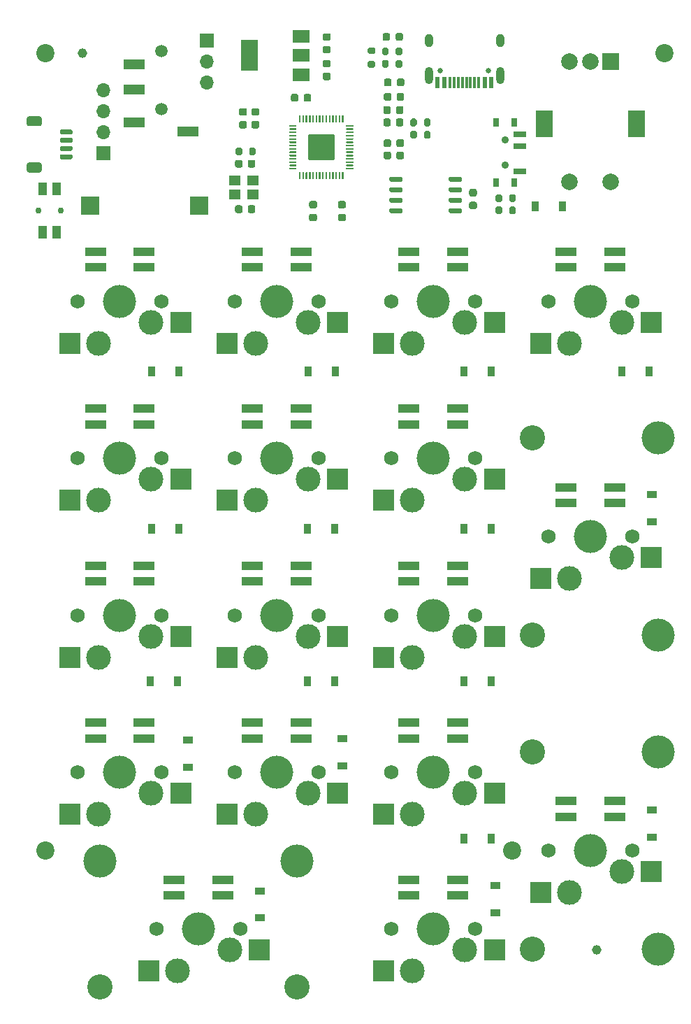
<source format=gbr>
%TF.GenerationSoftware,KiCad,Pcbnew,(5.1.10)-1*%
%TF.CreationDate,2021-11-22T22:58:02-06:00*%
%TF.ProjectId,PyKey18,50794b65-7931-4382-9e6b-696361645f70,1.0*%
%TF.SameCoordinates,Original*%
%TF.FileFunction,Soldermask,Bot*%
%TF.FilePolarity,Negative*%
%FSLAX46Y46*%
G04 Gerber Fmt 4.6, Leading zero omitted, Abs format (unit mm)*
G04 Created by KiCad (PCBNEW (5.1.10)-1) date 2021-11-22 22:58:02*
%MOMM*%
%LPD*%
G01*
G04 APERTURE LIST*
%ADD10C,1.152000*%
%ADD11R,2.500000X1.100000*%
%ADD12R,2.550000X2.500000*%
%ADD13C,3.000000*%
%ADD14C,1.750000*%
%ADD15C,4.000000*%
%ADD16C,3.050000*%
%ADD17R,2.200000X2.200000*%
%ADD18R,1.400000X1.200000*%
%ADD19R,2.000000X1.500000*%
%ADD20R,2.000000X3.800000*%
%ADD21C,0.750000*%
%ADD22R,1.000000X1.550000*%
%ADD23R,2.000000X2.000000*%
%ADD24C,2.000000*%
%ADD25R,2.000000X3.200000*%
%ADD26R,0.800000X1.000000*%
%ADD27R,1.500000X0.700000*%
%ADD28C,0.900000*%
%ADD29O,1.700000X1.700000*%
%ADD30R,1.700000X1.700000*%
%ADD31C,1.500000*%
%ADD32R,2.500000X1.200000*%
%ADD33R,0.600000X1.450000*%
%ADD34R,0.300000X1.450000*%
%ADD35O,1.000000X2.100000*%
%ADD36C,0.650000*%
%ADD37O,1.000000X1.600000*%
%ADD38C,2.200000*%
%ADD39R,1.200000X0.900000*%
%ADD40R,0.900000X1.200000*%
G04 APERTURE END LIST*
D10*
%TO.C,H11*%
X119750000Y-162500000D03*
%TD*%
%TO.C,H10*%
X57500000Y-54000000D03*
%TD*%
D11*
%TO.C,U16*%
X116050000Y-144500000D03*
X116050000Y-146400000D03*
X121950000Y-144500000D03*
X121950000Y-146400000D03*
D12*
X112985000Y-155580000D03*
X126410000Y-153040000D03*
D13*
X116460000Y-155580000D03*
X122810000Y-153040000D03*
D14*
X113920000Y-150500000D03*
X124080000Y-150500000D03*
D15*
X119000000Y-150500000D03*
%TD*%
D11*
%TO.C,U12*%
X116050000Y-106500000D03*
X116050000Y-108400000D03*
X121950000Y-106500000D03*
X121950000Y-108400000D03*
D12*
X112985000Y-117580000D03*
X126410000Y-115040000D03*
D13*
X116460000Y-117580000D03*
X122810000Y-115040000D03*
D14*
X113920000Y-112500000D03*
X124080000Y-112500000D03*
D15*
X119000000Y-112500000D03*
%TD*%
D16*
%TO.C,H9*%
X112000000Y-138562000D03*
D15*
X127240000Y-138562000D03*
X127240000Y-162438000D03*
D16*
X112000000Y-162438000D03*
%TD*%
%TO.C,H8*%
X112000000Y-100562000D03*
D15*
X127240000Y-100562000D03*
X127240000Y-124438000D03*
D16*
X112000000Y-124438000D03*
%TD*%
D11*
%TO.C,U17*%
X68550000Y-154000000D03*
X68550000Y-155900000D03*
X74450000Y-154000000D03*
X74450000Y-155900000D03*
D16*
X59562000Y-167000000D03*
D15*
X59562000Y-151760000D03*
X83438000Y-151760000D03*
D16*
X83438000Y-167000000D03*
D12*
X65485000Y-165080000D03*
X78910000Y-162540000D03*
D13*
X68960000Y-165080000D03*
X75310000Y-162540000D03*
D14*
X66420000Y-160000000D03*
X76580000Y-160000000D03*
D15*
X71500000Y-160000000D03*
%TD*%
D11*
%TO.C,U3*%
X97050000Y-78000000D03*
X97050000Y-79900000D03*
X102950000Y-78000000D03*
X102950000Y-79900000D03*
D12*
X93985000Y-89080000D03*
X107410000Y-86540000D03*
D13*
X97460000Y-89080000D03*
X103810000Y-86540000D03*
D14*
X94920000Y-84000000D03*
X105080000Y-84000000D03*
D15*
X100000000Y-84000000D03*
%TD*%
D17*
%TO.C,LS1*%
X71600000Y-72390000D03*
X58400000Y-72390000D03*
%TD*%
D18*
%TO.C,Y1*%
X78119999Y-69349999D03*
X75919999Y-69349999D03*
X75919999Y-71049999D03*
X78119999Y-71049999D03*
%TD*%
D19*
%TO.C,U103*%
X83969999Y-51950002D03*
X83969999Y-56550002D03*
X83969999Y-54250002D03*
D20*
X77669999Y-54250002D03*
%TD*%
%TO.C,U102*%
G36*
G01*
X101860000Y-73175000D02*
X101860000Y-72875000D01*
G75*
G02*
X102010000Y-72725000I150000J0D01*
G01*
X103310000Y-72725000D01*
G75*
G02*
X103460000Y-72875000I0J-150000D01*
G01*
X103460000Y-73175000D01*
G75*
G02*
X103310000Y-73325000I-150000J0D01*
G01*
X102010000Y-73325000D01*
G75*
G02*
X101860000Y-73175000I0J150000D01*
G01*
G37*
G36*
G01*
X101860000Y-71905000D02*
X101860000Y-71605000D01*
G75*
G02*
X102010000Y-71455000I150000J0D01*
G01*
X103310000Y-71455000D01*
G75*
G02*
X103460000Y-71605000I0J-150000D01*
G01*
X103460000Y-71905000D01*
G75*
G02*
X103310000Y-72055000I-150000J0D01*
G01*
X102010000Y-72055000D01*
G75*
G02*
X101860000Y-71905000I0J150000D01*
G01*
G37*
G36*
G01*
X101860000Y-70635000D02*
X101860000Y-70335000D01*
G75*
G02*
X102010000Y-70185000I150000J0D01*
G01*
X103310000Y-70185000D01*
G75*
G02*
X103460000Y-70335000I0J-150000D01*
G01*
X103460000Y-70635000D01*
G75*
G02*
X103310000Y-70785000I-150000J0D01*
G01*
X102010000Y-70785000D01*
G75*
G02*
X101860000Y-70635000I0J150000D01*
G01*
G37*
G36*
G01*
X101860000Y-69365000D02*
X101860000Y-69065000D01*
G75*
G02*
X102010000Y-68915000I150000J0D01*
G01*
X103310000Y-68915000D01*
G75*
G02*
X103460000Y-69065000I0J-150000D01*
G01*
X103460000Y-69365000D01*
G75*
G02*
X103310000Y-69515000I-150000J0D01*
G01*
X102010000Y-69515000D01*
G75*
G02*
X101860000Y-69365000I0J150000D01*
G01*
G37*
G36*
G01*
X94660000Y-69365000D02*
X94660000Y-69065000D01*
G75*
G02*
X94810000Y-68915000I150000J0D01*
G01*
X96110000Y-68915000D01*
G75*
G02*
X96260000Y-69065000I0J-150000D01*
G01*
X96260000Y-69365000D01*
G75*
G02*
X96110000Y-69515000I-150000J0D01*
G01*
X94810000Y-69515000D01*
G75*
G02*
X94660000Y-69365000I0J150000D01*
G01*
G37*
G36*
G01*
X94660000Y-70635000D02*
X94660000Y-70335000D01*
G75*
G02*
X94810000Y-70185000I150000J0D01*
G01*
X96110000Y-70185000D01*
G75*
G02*
X96260000Y-70335000I0J-150000D01*
G01*
X96260000Y-70635000D01*
G75*
G02*
X96110000Y-70785000I-150000J0D01*
G01*
X94810000Y-70785000D01*
G75*
G02*
X94660000Y-70635000I0J150000D01*
G01*
G37*
G36*
G01*
X94660000Y-71905000D02*
X94660000Y-71605000D01*
G75*
G02*
X94810000Y-71455000I150000J0D01*
G01*
X96110000Y-71455000D01*
G75*
G02*
X96260000Y-71605000I0J-150000D01*
G01*
X96260000Y-71905000D01*
G75*
G02*
X96110000Y-72055000I-150000J0D01*
G01*
X94810000Y-72055000D01*
G75*
G02*
X94660000Y-71905000I0J150000D01*
G01*
G37*
G36*
G01*
X94660000Y-73175000D02*
X94660000Y-72875000D01*
G75*
G02*
X94810000Y-72725000I150000J0D01*
G01*
X96110000Y-72725000D01*
G75*
G02*
X96260000Y-72875000I0J-150000D01*
G01*
X96260000Y-73175000D01*
G75*
G02*
X96110000Y-73325000I-150000J0D01*
G01*
X94810000Y-73325000D01*
G75*
G02*
X94660000Y-73175000I0J150000D01*
G01*
G37*
%TD*%
%TO.C,U101*%
G36*
G01*
X87876001Y-66949997D02*
X84964001Y-66949997D01*
G75*
G02*
X84820001Y-66805997I0J144000D01*
G01*
X84820001Y-63893997D01*
G75*
G02*
X84964001Y-63749997I144000J0D01*
G01*
X87876001Y-63749997D01*
G75*
G02*
X88020001Y-63893997I0J-144000D01*
G01*
X88020001Y-66805997D01*
G75*
G02*
X87876001Y-66949997I-144000J0D01*
G01*
G37*
G36*
G01*
X89070001Y-69224997D02*
X88970001Y-69224997D01*
G75*
G02*
X88920001Y-69174997I0J50000D01*
G01*
X88920001Y-68399997D01*
G75*
G02*
X88970001Y-68349997I50000J0D01*
G01*
X89070001Y-68349997D01*
G75*
G02*
X89120001Y-68399997I0J-50000D01*
G01*
X89120001Y-69174997D01*
G75*
G02*
X89070001Y-69224997I-50000J0D01*
G01*
G37*
G36*
G01*
X88670001Y-69224997D02*
X88570001Y-69224997D01*
G75*
G02*
X88520001Y-69174997I0J50000D01*
G01*
X88520001Y-68399997D01*
G75*
G02*
X88570001Y-68349997I50000J0D01*
G01*
X88670001Y-68349997D01*
G75*
G02*
X88720001Y-68399997I0J-50000D01*
G01*
X88720001Y-69174997D01*
G75*
G02*
X88670001Y-69224997I-50000J0D01*
G01*
G37*
G36*
G01*
X88270001Y-69224997D02*
X88170001Y-69224997D01*
G75*
G02*
X88120001Y-69174997I0J50000D01*
G01*
X88120001Y-68399997D01*
G75*
G02*
X88170001Y-68349997I50000J0D01*
G01*
X88270001Y-68349997D01*
G75*
G02*
X88320001Y-68399997I0J-50000D01*
G01*
X88320001Y-69174997D01*
G75*
G02*
X88270001Y-69224997I-50000J0D01*
G01*
G37*
G36*
G01*
X87870001Y-69224997D02*
X87770001Y-69224997D01*
G75*
G02*
X87720001Y-69174997I0J50000D01*
G01*
X87720001Y-68399997D01*
G75*
G02*
X87770001Y-68349997I50000J0D01*
G01*
X87870001Y-68349997D01*
G75*
G02*
X87920001Y-68399997I0J-50000D01*
G01*
X87920001Y-69174997D01*
G75*
G02*
X87870001Y-69224997I-50000J0D01*
G01*
G37*
G36*
G01*
X87470001Y-69224997D02*
X87370001Y-69224997D01*
G75*
G02*
X87320001Y-69174997I0J50000D01*
G01*
X87320001Y-68399997D01*
G75*
G02*
X87370001Y-68349997I50000J0D01*
G01*
X87470001Y-68349997D01*
G75*
G02*
X87520001Y-68399997I0J-50000D01*
G01*
X87520001Y-69174997D01*
G75*
G02*
X87470001Y-69224997I-50000J0D01*
G01*
G37*
G36*
G01*
X87070001Y-69224997D02*
X86970001Y-69224997D01*
G75*
G02*
X86920001Y-69174997I0J50000D01*
G01*
X86920001Y-68399997D01*
G75*
G02*
X86970001Y-68349997I50000J0D01*
G01*
X87070001Y-68349997D01*
G75*
G02*
X87120001Y-68399997I0J-50000D01*
G01*
X87120001Y-69174997D01*
G75*
G02*
X87070001Y-69224997I-50000J0D01*
G01*
G37*
G36*
G01*
X86670001Y-69224997D02*
X86570001Y-69224997D01*
G75*
G02*
X86520001Y-69174997I0J50000D01*
G01*
X86520001Y-68399997D01*
G75*
G02*
X86570001Y-68349997I50000J0D01*
G01*
X86670001Y-68349997D01*
G75*
G02*
X86720001Y-68399997I0J-50000D01*
G01*
X86720001Y-69174997D01*
G75*
G02*
X86670001Y-69224997I-50000J0D01*
G01*
G37*
G36*
G01*
X86270001Y-69224997D02*
X86170001Y-69224997D01*
G75*
G02*
X86120001Y-69174997I0J50000D01*
G01*
X86120001Y-68399997D01*
G75*
G02*
X86170001Y-68349997I50000J0D01*
G01*
X86270001Y-68349997D01*
G75*
G02*
X86320001Y-68399997I0J-50000D01*
G01*
X86320001Y-69174997D01*
G75*
G02*
X86270001Y-69224997I-50000J0D01*
G01*
G37*
G36*
G01*
X85870001Y-69224997D02*
X85770001Y-69224997D01*
G75*
G02*
X85720001Y-69174997I0J50000D01*
G01*
X85720001Y-68399997D01*
G75*
G02*
X85770001Y-68349997I50000J0D01*
G01*
X85870001Y-68349997D01*
G75*
G02*
X85920001Y-68399997I0J-50000D01*
G01*
X85920001Y-69174997D01*
G75*
G02*
X85870001Y-69224997I-50000J0D01*
G01*
G37*
G36*
G01*
X85470001Y-69224997D02*
X85370001Y-69224997D01*
G75*
G02*
X85320001Y-69174997I0J50000D01*
G01*
X85320001Y-68399997D01*
G75*
G02*
X85370001Y-68349997I50000J0D01*
G01*
X85470001Y-68349997D01*
G75*
G02*
X85520001Y-68399997I0J-50000D01*
G01*
X85520001Y-69174997D01*
G75*
G02*
X85470001Y-69224997I-50000J0D01*
G01*
G37*
G36*
G01*
X85070001Y-69224997D02*
X84970001Y-69224997D01*
G75*
G02*
X84920001Y-69174997I0J50000D01*
G01*
X84920001Y-68399997D01*
G75*
G02*
X84970001Y-68349997I50000J0D01*
G01*
X85070001Y-68349997D01*
G75*
G02*
X85120001Y-68399997I0J-50000D01*
G01*
X85120001Y-69174997D01*
G75*
G02*
X85070001Y-69224997I-50000J0D01*
G01*
G37*
G36*
G01*
X84670001Y-69224997D02*
X84570001Y-69224997D01*
G75*
G02*
X84520001Y-69174997I0J50000D01*
G01*
X84520001Y-68399997D01*
G75*
G02*
X84570001Y-68349997I50000J0D01*
G01*
X84670001Y-68349997D01*
G75*
G02*
X84720001Y-68399997I0J-50000D01*
G01*
X84720001Y-69174997D01*
G75*
G02*
X84670001Y-69224997I-50000J0D01*
G01*
G37*
G36*
G01*
X84270001Y-69224997D02*
X84170001Y-69224997D01*
G75*
G02*
X84120001Y-69174997I0J50000D01*
G01*
X84120001Y-68399997D01*
G75*
G02*
X84170001Y-68349997I50000J0D01*
G01*
X84270001Y-68349997D01*
G75*
G02*
X84320001Y-68399997I0J-50000D01*
G01*
X84320001Y-69174997D01*
G75*
G02*
X84270001Y-69224997I-50000J0D01*
G01*
G37*
G36*
G01*
X83870001Y-69224997D02*
X83770001Y-69224997D01*
G75*
G02*
X83720001Y-69174997I0J50000D01*
G01*
X83720001Y-68399997D01*
G75*
G02*
X83770001Y-68349997I50000J0D01*
G01*
X83870001Y-68349997D01*
G75*
G02*
X83920001Y-68399997I0J-50000D01*
G01*
X83920001Y-69174997D01*
G75*
G02*
X83870001Y-69224997I-50000J0D01*
G01*
G37*
G36*
G01*
X83370001Y-68049997D02*
X82595001Y-68049997D01*
G75*
G02*
X82545001Y-67999997I0J50000D01*
G01*
X82545001Y-67899997D01*
G75*
G02*
X82595001Y-67849997I50000J0D01*
G01*
X83370001Y-67849997D01*
G75*
G02*
X83420001Y-67899997I0J-50000D01*
G01*
X83420001Y-67999997D01*
G75*
G02*
X83370001Y-68049997I-50000J0D01*
G01*
G37*
G36*
G01*
X83370001Y-67649997D02*
X82595001Y-67649997D01*
G75*
G02*
X82545001Y-67599997I0J50000D01*
G01*
X82545001Y-67499997D01*
G75*
G02*
X82595001Y-67449997I50000J0D01*
G01*
X83370001Y-67449997D01*
G75*
G02*
X83420001Y-67499997I0J-50000D01*
G01*
X83420001Y-67599997D01*
G75*
G02*
X83370001Y-67649997I-50000J0D01*
G01*
G37*
G36*
G01*
X83370001Y-67249997D02*
X82595001Y-67249997D01*
G75*
G02*
X82545001Y-67199997I0J50000D01*
G01*
X82545001Y-67099997D01*
G75*
G02*
X82595001Y-67049997I50000J0D01*
G01*
X83370001Y-67049997D01*
G75*
G02*
X83420001Y-67099997I0J-50000D01*
G01*
X83420001Y-67199997D01*
G75*
G02*
X83370001Y-67249997I-50000J0D01*
G01*
G37*
G36*
G01*
X83370001Y-66849997D02*
X82595001Y-66849997D01*
G75*
G02*
X82545001Y-66799997I0J50000D01*
G01*
X82545001Y-66699997D01*
G75*
G02*
X82595001Y-66649997I50000J0D01*
G01*
X83370001Y-66649997D01*
G75*
G02*
X83420001Y-66699997I0J-50000D01*
G01*
X83420001Y-66799997D01*
G75*
G02*
X83370001Y-66849997I-50000J0D01*
G01*
G37*
G36*
G01*
X83370001Y-66449997D02*
X82595001Y-66449997D01*
G75*
G02*
X82545001Y-66399997I0J50000D01*
G01*
X82545001Y-66299997D01*
G75*
G02*
X82595001Y-66249997I50000J0D01*
G01*
X83370001Y-66249997D01*
G75*
G02*
X83420001Y-66299997I0J-50000D01*
G01*
X83420001Y-66399997D01*
G75*
G02*
X83370001Y-66449997I-50000J0D01*
G01*
G37*
G36*
G01*
X83370001Y-66049997D02*
X82595001Y-66049997D01*
G75*
G02*
X82545001Y-65999997I0J50000D01*
G01*
X82545001Y-65899997D01*
G75*
G02*
X82595001Y-65849997I50000J0D01*
G01*
X83370001Y-65849997D01*
G75*
G02*
X83420001Y-65899997I0J-50000D01*
G01*
X83420001Y-65999997D01*
G75*
G02*
X83370001Y-66049997I-50000J0D01*
G01*
G37*
G36*
G01*
X83370001Y-65649997D02*
X82595001Y-65649997D01*
G75*
G02*
X82545001Y-65599997I0J50000D01*
G01*
X82545001Y-65499997D01*
G75*
G02*
X82595001Y-65449997I50000J0D01*
G01*
X83370001Y-65449997D01*
G75*
G02*
X83420001Y-65499997I0J-50000D01*
G01*
X83420001Y-65599997D01*
G75*
G02*
X83370001Y-65649997I-50000J0D01*
G01*
G37*
G36*
G01*
X83370001Y-65249997D02*
X82595001Y-65249997D01*
G75*
G02*
X82545001Y-65199997I0J50000D01*
G01*
X82545001Y-65099997D01*
G75*
G02*
X82595001Y-65049997I50000J0D01*
G01*
X83370001Y-65049997D01*
G75*
G02*
X83420001Y-65099997I0J-50000D01*
G01*
X83420001Y-65199997D01*
G75*
G02*
X83370001Y-65249997I-50000J0D01*
G01*
G37*
G36*
G01*
X83370001Y-64849997D02*
X82595001Y-64849997D01*
G75*
G02*
X82545001Y-64799997I0J50000D01*
G01*
X82545001Y-64699997D01*
G75*
G02*
X82595001Y-64649997I50000J0D01*
G01*
X83370001Y-64649997D01*
G75*
G02*
X83420001Y-64699997I0J-50000D01*
G01*
X83420001Y-64799997D01*
G75*
G02*
X83370001Y-64849997I-50000J0D01*
G01*
G37*
G36*
G01*
X83370001Y-64449997D02*
X82595001Y-64449997D01*
G75*
G02*
X82545001Y-64399997I0J50000D01*
G01*
X82545001Y-64299997D01*
G75*
G02*
X82595001Y-64249997I50000J0D01*
G01*
X83370001Y-64249997D01*
G75*
G02*
X83420001Y-64299997I0J-50000D01*
G01*
X83420001Y-64399997D01*
G75*
G02*
X83370001Y-64449997I-50000J0D01*
G01*
G37*
G36*
G01*
X83370001Y-64049997D02*
X82595001Y-64049997D01*
G75*
G02*
X82545001Y-63999997I0J50000D01*
G01*
X82545001Y-63899997D01*
G75*
G02*
X82595001Y-63849997I50000J0D01*
G01*
X83370001Y-63849997D01*
G75*
G02*
X83420001Y-63899997I0J-50000D01*
G01*
X83420001Y-63999997D01*
G75*
G02*
X83370001Y-64049997I-50000J0D01*
G01*
G37*
G36*
G01*
X83370001Y-63649997D02*
X82595001Y-63649997D01*
G75*
G02*
X82545001Y-63599997I0J50000D01*
G01*
X82545001Y-63499997D01*
G75*
G02*
X82595001Y-63449997I50000J0D01*
G01*
X83370001Y-63449997D01*
G75*
G02*
X83420001Y-63499997I0J-50000D01*
G01*
X83420001Y-63599997D01*
G75*
G02*
X83370001Y-63649997I-50000J0D01*
G01*
G37*
G36*
G01*
X83370001Y-63249997D02*
X82595001Y-63249997D01*
G75*
G02*
X82545001Y-63199997I0J50000D01*
G01*
X82545001Y-63099997D01*
G75*
G02*
X82595001Y-63049997I50000J0D01*
G01*
X83370001Y-63049997D01*
G75*
G02*
X83420001Y-63099997I0J-50000D01*
G01*
X83420001Y-63199997D01*
G75*
G02*
X83370001Y-63249997I-50000J0D01*
G01*
G37*
G36*
G01*
X83370001Y-62849997D02*
X82595001Y-62849997D01*
G75*
G02*
X82545001Y-62799997I0J50000D01*
G01*
X82545001Y-62699997D01*
G75*
G02*
X82595001Y-62649997I50000J0D01*
G01*
X83370001Y-62649997D01*
G75*
G02*
X83420001Y-62699997I0J-50000D01*
G01*
X83420001Y-62799997D01*
G75*
G02*
X83370001Y-62849997I-50000J0D01*
G01*
G37*
G36*
G01*
X83870001Y-62349997D02*
X83770001Y-62349997D01*
G75*
G02*
X83720001Y-62299997I0J50000D01*
G01*
X83720001Y-61524997D01*
G75*
G02*
X83770001Y-61474997I50000J0D01*
G01*
X83870001Y-61474997D01*
G75*
G02*
X83920001Y-61524997I0J-50000D01*
G01*
X83920001Y-62299997D01*
G75*
G02*
X83870001Y-62349997I-50000J0D01*
G01*
G37*
G36*
G01*
X84270001Y-62349997D02*
X84170001Y-62349997D01*
G75*
G02*
X84120001Y-62299997I0J50000D01*
G01*
X84120001Y-61524997D01*
G75*
G02*
X84170001Y-61474997I50000J0D01*
G01*
X84270001Y-61474997D01*
G75*
G02*
X84320001Y-61524997I0J-50000D01*
G01*
X84320001Y-62299997D01*
G75*
G02*
X84270001Y-62349997I-50000J0D01*
G01*
G37*
G36*
G01*
X84670001Y-62349997D02*
X84570001Y-62349997D01*
G75*
G02*
X84520001Y-62299997I0J50000D01*
G01*
X84520001Y-61524997D01*
G75*
G02*
X84570001Y-61474997I50000J0D01*
G01*
X84670001Y-61474997D01*
G75*
G02*
X84720001Y-61524997I0J-50000D01*
G01*
X84720001Y-62299997D01*
G75*
G02*
X84670001Y-62349997I-50000J0D01*
G01*
G37*
G36*
G01*
X85070001Y-62349997D02*
X84970001Y-62349997D01*
G75*
G02*
X84920001Y-62299997I0J50000D01*
G01*
X84920001Y-61524997D01*
G75*
G02*
X84970001Y-61474997I50000J0D01*
G01*
X85070001Y-61474997D01*
G75*
G02*
X85120001Y-61524997I0J-50000D01*
G01*
X85120001Y-62299997D01*
G75*
G02*
X85070001Y-62349997I-50000J0D01*
G01*
G37*
G36*
G01*
X85470001Y-62349997D02*
X85370001Y-62349997D01*
G75*
G02*
X85320001Y-62299997I0J50000D01*
G01*
X85320001Y-61524997D01*
G75*
G02*
X85370001Y-61474997I50000J0D01*
G01*
X85470001Y-61474997D01*
G75*
G02*
X85520001Y-61524997I0J-50000D01*
G01*
X85520001Y-62299997D01*
G75*
G02*
X85470001Y-62349997I-50000J0D01*
G01*
G37*
G36*
G01*
X85870001Y-62349997D02*
X85770001Y-62349997D01*
G75*
G02*
X85720001Y-62299997I0J50000D01*
G01*
X85720001Y-61524997D01*
G75*
G02*
X85770001Y-61474997I50000J0D01*
G01*
X85870001Y-61474997D01*
G75*
G02*
X85920001Y-61524997I0J-50000D01*
G01*
X85920001Y-62299997D01*
G75*
G02*
X85870001Y-62349997I-50000J0D01*
G01*
G37*
G36*
G01*
X86270001Y-62349997D02*
X86170001Y-62349997D01*
G75*
G02*
X86120001Y-62299997I0J50000D01*
G01*
X86120001Y-61524997D01*
G75*
G02*
X86170001Y-61474997I50000J0D01*
G01*
X86270001Y-61474997D01*
G75*
G02*
X86320001Y-61524997I0J-50000D01*
G01*
X86320001Y-62299997D01*
G75*
G02*
X86270001Y-62349997I-50000J0D01*
G01*
G37*
G36*
G01*
X86670001Y-62349997D02*
X86570001Y-62349997D01*
G75*
G02*
X86520001Y-62299997I0J50000D01*
G01*
X86520001Y-61524997D01*
G75*
G02*
X86570001Y-61474997I50000J0D01*
G01*
X86670001Y-61474997D01*
G75*
G02*
X86720001Y-61524997I0J-50000D01*
G01*
X86720001Y-62299997D01*
G75*
G02*
X86670001Y-62349997I-50000J0D01*
G01*
G37*
G36*
G01*
X87070001Y-62349997D02*
X86970001Y-62349997D01*
G75*
G02*
X86920001Y-62299997I0J50000D01*
G01*
X86920001Y-61524997D01*
G75*
G02*
X86970001Y-61474997I50000J0D01*
G01*
X87070001Y-61474997D01*
G75*
G02*
X87120001Y-61524997I0J-50000D01*
G01*
X87120001Y-62299997D01*
G75*
G02*
X87070001Y-62349997I-50000J0D01*
G01*
G37*
G36*
G01*
X87470001Y-62349997D02*
X87370001Y-62349997D01*
G75*
G02*
X87320001Y-62299997I0J50000D01*
G01*
X87320001Y-61524997D01*
G75*
G02*
X87370001Y-61474997I50000J0D01*
G01*
X87470001Y-61474997D01*
G75*
G02*
X87520001Y-61524997I0J-50000D01*
G01*
X87520001Y-62299997D01*
G75*
G02*
X87470001Y-62349997I-50000J0D01*
G01*
G37*
G36*
G01*
X87870001Y-62349997D02*
X87770001Y-62349997D01*
G75*
G02*
X87720001Y-62299997I0J50000D01*
G01*
X87720001Y-61524997D01*
G75*
G02*
X87770001Y-61474997I50000J0D01*
G01*
X87870001Y-61474997D01*
G75*
G02*
X87920001Y-61524997I0J-50000D01*
G01*
X87920001Y-62299997D01*
G75*
G02*
X87870001Y-62349997I-50000J0D01*
G01*
G37*
G36*
G01*
X88270001Y-62349997D02*
X88170001Y-62349997D01*
G75*
G02*
X88120001Y-62299997I0J50000D01*
G01*
X88120001Y-61524997D01*
G75*
G02*
X88170001Y-61474997I50000J0D01*
G01*
X88270001Y-61474997D01*
G75*
G02*
X88320001Y-61524997I0J-50000D01*
G01*
X88320001Y-62299997D01*
G75*
G02*
X88270001Y-62349997I-50000J0D01*
G01*
G37*
G36*
G01*
X88670001Y-62349997D02*
X88570001Y-62349997D01*
G75*
G02*
X88520001Y-62299997I0J50000D01*
G01*
X88520001Y-61524997D01*
G75*
G02*
X88570001Y-61474997I50000J0D01*
G01*
X88670001Y-61474997D01*
G75*
G02*
X88720001Y-61524997I0J-50000D01*
G01*
X88720001Y-62299997D01*
G75*
G02*
X88670001Y-62349997I-50000J0D01*
G01*
G37*
G36*
G01*
X89070001Y-62349997D02*
X88970001Y-62349997D01*
G75*
G02*
X88920001Y-62299997I0J50000D01*
G01*
X88920001Y-61524997D01*
G75*
G02*
X88970001Y-61474997I50000J0D01*
G01*
X89070001Y-61474997D01*
G75*
G02*
X89120001Y-61524997I0J-50000D01*
G01*
X89120001Y-62299997D01*
G75*
G02*
X89070001Y-62349997I-50000J0D01*
G01*
G37*
G36*
G01*
X90245001Y-62849997D02*
X89470001Y-62849997D01*
G75*
G02*
X89420001Y-62799997I0J50000D01*
G01*
X89420001Y-62699997D01*
G75*
G02*
X89470001Y-62649997I50000J0D01*
G01*
X90245001Y-62649997D01*
G75*
G02*
X90295001Y-62699997I0J-50000D01*
G01*
X90295001Y-62799997D01*
G75*
G02*
X90245001Y-62849997I-50000J0D01*
G01*
G37*
G36*
G01*
X90245001Y-63249997D02*
X89470001Y-63249997D01*
G75*
G02*
X89420001Y-63199997I0J50000D01*
G01*
X89420001Y-63099997D01*
G75*
G02*
X89470001Y-63049997I50000J0D01*
G01*
X90245001Y-63049997D01*
G75*
G02*
X90295001Y-63099997I0J-50000D01*
G01*
X90295001Y-63199997D01*
G75*
G02*
X90245001Y-63249997I-50000J0D01*
G01*
G37*
G36*
G01*
X90245001Y-63649997D02*
X89470001Y-63649997D01*
G75*
G02*
X89420001Y-63599997I0J50000D01*
G01*
X89420001Y-63499997D01*
G75*
G02*
X89470001Y-63449997I50000J0D01*
G01*
X90245001Y-63449997D01*
G75*
G02*
X90295001Y-63499997I0J-50000D01*
G01*
X90295001Y-63599997D01*
G75*
G02*
X90245001Y-63649997I-50000J0D01*
G01*
G37*
G36*
G01*
X90245001Y-64049997D02*
X89470001Y-64049997D01*
G75*
G02*
X89420001Y-63999997I0J50000D01*
G01*
X89420001Y-63899997D01*
G75*
G02*
X89470001Y-63849997I50000J0D01*
G01*
X90245001Y-63849997D01*
G75*
G02*
X90295001Y-63899997I0J-50000D01*
G01*
X90295001Y-63999997D01*
G75*
G02*
X90245001Y-64049997I-50000J0D01*
G01*
G37*
G36*
G01*
X90245001Y-64449997D02*
X89470001Y-64449997D01*
G75*
G02*
X89420001Y-64399997I0J50000D01*
G01*
X89420001Y-64299997D01*
G75*
G02*
X89470001Y-64249997I50000J0D01*
G01*
X90245001Y-64249997D01*
G75*
G02*
X90295001Y-64299997I0J-50000D01*
G01*
X90295001Y-64399997D01*
G75*
G02*
X90245001Y-64449997I-50000J0D01*
G01*
G37*
G36*
G01*
X90245001Y-64849997D02*
X89470001Y-64849997D01*
G75*
G02*
X89420001Y-64799997I0J50000D01*
G01*
X89420001Y-64699997D01*
G75*
G02*
X89470001Y-64649997I50000J0D01*
G01*
X90245001Y-64649997D01*
G75*
G02*
X90295001Y-64699997I0J-50000D01*
G01*
X90295001Y-64799997D01*
G75*
G02*
X90245001Y-64849997I-50000J0D01*
G01*
G37*
G36*
G01*
X90245001Y-65249997D02*
X89470001Y-65249997D01*
G75*
G02*
X89420001Y-65199997I0J50000D01*
G01*
X89420001Y-65099997D01*
G75*
G02*
X89470001Y-65049997I50000J0D01*
G01*
X90245001Y-65049997D01*
G75*
G02*
X90295001Y-65099997I0J-50000D01*
G01*
X90295001Y-65199997D01*
G75*
G02*
X90245001Y-65249997I-50000J0D01*
G01*
G37*
G36*
G01*
X90245001Y-65649997D02*
X89470001Y-65649997D01*
G75*
G02*
X89420001Y-65599997I0J50000D01*
G01*
X89420001Y-65499997D01*
G75*
G02*
X89470001Y-65449997I50000J0D01*
G01*
X90245001Y-65449997D01*
G75*
G02*
X90295001Y-65499997I0J-50000D01*
G01*
X90295001Y-65599997D01*
G75*
G02*
X90245001Y-65649997I-50000J0D01*
G01*
G37*
G36*
G01*
X90245001Y-66049997D02*
X89470001Y-66049997D01*
G75*
G02*
X89420001Y-65999997I0J50000D01*
G01*
X89420001Y-65899997D01*
G75*
G02*
X89470001Y-65849997I50000J0D01*
G01*
X90245001Y-65849997D01*
G75*
G02*
X90295001Y-65899997I0J-50000D01*
G01*
X90295001Y-65999997D01*
G75*
G02*
X90245001Y-66049997I-50000J0D01*
G01*
G37*
G36*
G01*
X90245001Y-66449997D02*
X89470001Y-66449997D01*
G75*
G02*
X89420001Y-66399997I0J50000D01*
G01*
X89420001Y-66299997D01*
G75*
G02*
X89470001Y-66249997I50000J0D01*
G01*
X90245001Y-66249997D01*
G75*
G02*
X90295001Y-66299997I0J-50000D01*
G01*
X90295001Y-66399997D01*
G75*
G02*
X90245001Y-66449997I-50000J0D01*
G01*
G37*
G36*
G01*
X90245001Y-66849997D02*
X89470001Y-66849997D01*
G75*
G02*
X89420001Y-66799997I0J50000D01*
G01*
X89420001Y-66699997D01*
G75*
G02*
X89470001Y-66649997I50000J0D01*
G01*
X90245001Y-66649997D01*
G75*
G02*
X90295001Y-66699997I0J-50000D01*
G01*
X90295001Y-66799997D01*
G75*
G02*
X90245001Y-66849997I-50000J0D01*
G01*
G37*
G36*
G01*
X90245001Y-67249997D02*
X89470001Y-67249997D01*
G75*
G02*
X89420001Y-67199997I0J50000D01*
G01*
X89420001Y-67099997D01*
G75*
G02*
X89470001Y-67049997I50000J0D01*
G01*
X90245001Y-67049997D01*
G75*
G02*
X90295001Y-67099997I0J-50000D01*
G01*
X90295001Y-67199997D01*
G75*
G02*
X90245001Y-67249997I-50000J0D01*
G01*
G37*
G36*
G01*
X90245001Y-67649997D02*
X89470001Y-67649997D01*
G75*
G02*
X89420001Y-67599997I0J50000D01*
G01*
X89420001Y-67499997D01*
G75*
G02*
X89470001Y-67449997I50000J0D01*
G01*
X90245001Y-67449997D01*
G75*
G02*
X90295001Y-67499997I0J-50000D01*
G01*
X90295001Y-67599997D01*
G75*
G02*
X90245001Y-67649997I-50000J0D01*
G01*
G37*
G36*
G01*
X90245001Y-68049997D02*
X89470001Y-68049997D01*
G75*
G02*
X89420001Y-67999997I0J50000D01*
G01*
X89420001Y-67899997D01*
G75*
G02*
X89470001Y-67849997I50000J0D01*
G01*
X90245001Y-67849997D01*
G75*
G02*
X90295001Y-67899997I0J-50000D01*
G01*
X90295001Y-67999997D01*
G75*
G02*
X90245001Y-68049997I-50000J0D01*
G01*
G37*
%TD*%
D11*
%TO.C,U18*%
X97050000Y-154000000D03*
X97050000Y-155900000D03*
X102950000Y-154000000D03*
X102950000Y-155900000D03*
D12*
X93985000Y-165080000D03*
X107410000Y-162540000D03*
D13*
X97460000Y-165080000D03*
X103810000Y-162540000D03*
D14*
X94920000Y-160000000D03*
X105080000Y-160000000D03*
D15*
X100000000Y-160000000D03*
%TD*%
D11*
%TO.C,U15*%
X97050000Y-135000000D03*
X97050000Y-136900000D03*
X102950000Y-135000000D03*
X102950000Y-136900000D03*
D12*
X93985000Y-146080000D03*
X107410000Y-143540000D03*
D13*
X97460000Y-146080000D03*
X103810000Y-143540000D03*
D14*
X94920000Y-141000000D03*
X105080000Y-141000000D03*
D15*
X100000000Y-141000000D03*
%TD*%
D11*
%TO.C,U14*%
X78050000Y-135000000D03*
X78050000Y-136900000D03*
X83950000Y-135000000D03*
X83950000Y-136900000D03*
D12*
X74985000Y-146080000D03*
X88410000Y-143540000D03*
D13*
X78460000Y-146080000D03*
X84810000Y-143540000D03*
D14*
X75920000Y-141000000D03*
X86080000Y-141000000D03*
D15*
X81000000Y-141000000D03*
%TD*%
D11*
%TO.C,U13*%
X59050000Y-135000000D03*
X59050000Y-136900000D03*
X64950000Y-135000000D03*
X64950000Y-136900000D03*
D12*
X55985000Y-146080000D03*
X69410000Y-143540000D03*
D13*
X59460000Y-146080000D03*
X65810000Y-143540000D03*
D14*
X56920000Y-141000000D03*
X67080000Y-141000000D03*
D15*
X62000000Y-141000000D03*
%TD*%
D11*
%TO.C,U11*%
X97050000Y-116000000D03*
X97050000Y-117900000D03*
X102950000Y-116000000D03*
X102950000Y-117900000D03*
D12*
X93985000Y-127080000D03*
X107410000Y-124540000D03*
D13*
X97460000Y-127080000D03*
X103810000Y-124540000D03*
D14*
X94920000Y-122000000D03*
X105080000Y-122000000D03*
D15*
X100000000Y-122000000D03*
%TD*%
D11*
%TO.C,U10*%
X78050000Y-116000000D03*
X78050000Y-117900000D03*
X83950000Y-116000000D03*
X83950000Y-117900000D03*
D12*
X74985000Y-127080000D03*
X88410000Y-124540000D03*
D13*
X78460000Y-127080000D03*
X84810000Y-124540000D03*
D14*
X75920000Y-122000000D03*
X86080000Y-122000000D03*
D15*
X81000000Y-122000000D03*
%TD*%
D11*
%TO.C,U9*%
X59050000Y-116000000D03*
X59050000Y-117900000D03*
X64950000Y-116000000D03*
X64950000Y-117900000D03*
D12*
X55985000Y-127080000D03*
X69410000Y-124540000D03*
D13*
X59460000Y-127080000D03*
X65810000Y-124540000D03*
D14*
X56920000Y-122000000D03*
X67080000Y-122000000D03*
D15*
X62000000Y-122000000D03*
%TD*%
D11*
%TO.C,U8*%
X116050000Y-78000000D03*
X116050000Y-79900000D03*
X121950000Y-78000000D03*
X121950000Y-79900000D03*
D12*
X112985000Y-89080000D03*
X126410000Y-86540000D03*
D13*
X116460000Y-89080000D03*
X122810000Y-86540000D03*
D14*
X113920000Y-84000000D03*
X124080000Y-84000000D03*
D15*
X119000000Y-84000000D03*
%TD*%
D11*
%TO.C,U7*%
X97050000Y-97000000D03*
X97050000Y-98900000D03*
X102950000Y-97000000D03*
X102950000Y-98900000D03*
D12*
X93985000Y-108080000D03*
X107410000Y-105540000D03*
D13*
X97460000Y-108080000D03*
X103810000Y-105540000D03*
D14*
X94920000Y-103000000D03*
X105080000Y-103000000D03*
D15*
X100000000Y-103000000D03*
%TD*%
D11*
%TO.C,U6*%
X78050000Y-97000000D03*
X78050000Y-98900000D03*
X83950000Y-97000000D03*
X83950000Y-98900000D03*
D12*
X74985000Y-108080000D03*
X88410000Y-105540000D03*
D13*
X78460000Y-108080000D03*
X84810000Y-105540000D03*
D14*
X75920000Y-103000000D03*
X86080000Y-103000000D03*
D15*
X81000000Y-103000000D03*
%TD*%
D11*
%TO.C,U5*%
X59050000Y-97000000D03*
X59050000Y-98900000D03*
X64950000Y-97000000D03*
X64950000Y-98900000D03*
D12*
X55985000Y-108080000D03*
X69410000Y-105540000D03*
D13*
X59460000Y-108080000D03*
X65810000Y-105540000D03*
D14*
X56920000Y-103000000D03*
X67080000Y-103000000D03*
D15*
X62000000Y-103000000D03*
%TD*%
D11*
%TO.C,U2*%
X78050000Y-78000000D03*
X78050000Y-79900000D03*
X83950000Y-78000000D03*
X83950000Y-79900000D03*
D12*
X74985000Y-89080000D03*
X88410000Y-86540000D03*
D13*
X78460000Y-89080000D03*
X84810000Y-86540000D03*
D14*
X75920000Y-84000000D03*
X86080000Y-84000000D03*
D15*
X81000000Y-84000000D03*
%TD*%
D11*
%TO.C,U1*%
X59050000Y-78000000D03*
X59050000Y-79900000D03*
X64950000Y-78000000D03*
X64950000Y-79900000D03*
D12*
X55985000Y-89080000D03*
X69410000Y-86540000D03*
D13*
X59460000Y-89080000D03*
X65810000Y-86540000D03*
D14*
X56920000Y-84000000D03*
X67080000Y-84000000D03*
D15*
X62000000Y-84000000D03*
%TD*%
D21*
%TO.C,SW101*%
X52125000Y-73000000D03*
X54875000Y-73000000D03*
D22*
X52650000Y-75625000D03*
X52650000Y-70375000D03*
X54350000Y-70375000D03*
X54350000Y-75625000D03*
%TD*%
D23*
%TO.C,SW4*%
X121500000Y-55000000D03*
D24*
X119000000Y-55000000D03*
X116500000Y-55000000D03*
D25*
X124600000Y-62500000D03*
X113400000Y-62500000D03*
D24*
X121500000Y-69500000D03*
X116500000Y-69500000D03*
%TD*%
D26*
%TO.C,SW2*%
X109780000Y-69650000D03*
X109780000Y-62350000D03*
X107570000Y-62350000D03*
X107570000Y-69650000D03*
D27*
X110430000Y-63750000D03*
X110430000Y-65250000D03*
X110430000Y-68250000D03*
D28*
X108670000Y-64500000D03*
X108670000Y-67500000D03*
%TD*%
%TO.C,R8*%
G36*
G01*
X92225000Y-54925000D02*
X92775000Y-54925000D01*
G75*
G02*
X92975000Y-55125000I0J-200000D01*
G01*
X92975000Y-55525000D01*
G75*
G02*
X92775000Y-55725000I-200000J0D01*
G01*
X92225000Y-55725000D01*
G75*
G02*
X92025000Y-55525000I0J200000D01*
G01*
X92025000Y-55125000D01*
G75*
G02*
X92225000Y-54925000I200000J0D01*
G01*
G37*
G36*
G01*
X92225000Y-53275000D02*
X92775000Y-53275000D01*
G75*
G02*
X92975000Y-53475000I0J-200000D01*
G01*
X92975000Y-53875000D01*
G75*
G02*
X92775000Y-54075000I-200000J0D01*
G01*
X92225000Y-54075000D01*
G75*
G02*
X92025000Y-53875000I0J200000D01*
G01*
X92025000Y-53475000D01*
G75*
G02*
X92225000Y-53275000I200000J0D01*
G01*
G37*
%TD*%
%TO.C,R7*%
G36*
G01*
X76820000Y-65575000D02*
X76820000Y-66125000D01*
G75*
G02*
X76620000Y-66325000I-200000J0D01*
G01*
X76220000Y-66325000D01*
G75*
G02*
X76020000Y-66125000I0J200000D01*
G01*
X76020000Y-65575000D01*
G75*
G02*
X76220000Y-65375000I200000J0D01*
G01*
X76620000Y-65375000D01*
G75*
G02*
X76820000Y-65575000I0J-200000D01*
G01*
G37*
G36*
G01*
X78470000Y-65575000D02*
X78470000Y-66125000D01*
G75*
G02*
X78270000Y-66325000I-200000J0D01*
G01*
X77870000Y-66325000D01*
G75*
G02*
X77670000Y-66125000I0J200000D01*
G01*
X77670000Y-65575000D01*
G75*
G02*
X77870000Y-65375000I200000J0D01*
G01*
X78270000Y-65375000D01*
G75*
G02*
X78470000Y-65575000I0J-200000D01*
G01*
G37*
%TD*%
%TO.C,R6*%
G36*
G01*
X97994999Y-62074996D02*
X97994999Y-62624996D01*
G75*
G02*
X97794999Y-62824996I-200000J0D01*
G01*
X97394999Y-62824996D01*
G75*
G02*
X97194999Y-62624996I0J200000D01*
G01*
X97194999Y-62074996D01*
G75*
G02*
X97394999Y-61874996I200000J0D01*
G01*
X97794999Y-61874996D01*
G75*
G02*
X97994999Y-62074996I0J-200000D01*
G01*
G37*
G36*
G01*
X99644999Y-62074996D02*
X99644999Y-62624996D01*
G75*
G02*
X99444999Y-62824996I-200000J0D01*
G01*
X99044999Y-62824996D01*
G75*
G02*
X98844999Y-62624996I0J200000D01*
G01*
X98844999Y-62074996D01*
G75*
G02*
X99044999Y-61874996I200000J0D01*
G01*
X99444999Y-61874996D01*
G75*
G02*
X99644999Y-62074996I0J-200000D01*
G01*
G37*
%TD*%
%TO.C,R5*%
G36*
G01*
X97994997Y-63575001D02*
X97994997Y-64125001D01*
G75*
G02*
X97794997Y-64325001I-200000J0D01*
G01*
X97394997Y-64325001D01*
G75*
G02*
X97194997Y-64125001I0J200000D01*
G01*
X97194997Y-63575001D01*
G75*
G02*
X97394997Y-63375001I200000J0D01*
G01*
X97794997Y-63375001D01*
G75*
G02*
X97994997Y-63575001I0J-200000D01*
G01*
G37*
G36*
G01*
X99644997Y-63575001D02*
X99644997Y-64125001D01*
G75*
G02*
X99444997Y-64325001I-200000J0D01*
G01*
X99044997Y-64325001D01*
G75*
G02*
X98844997Y-64125001I0J200000D01*
G01*
X98844997Y-63575001D01*
G75*
G02*
X99044997Y-63375001I200000J0D01*
G01*
X99444997Y-63375001D01*
G75*
G02*
X99644997Y-63575001I0J-200000D01*
G01*
G37*
%TD*%
%TO.C,R4*%
G36*
G01*
X109175000Y-71775000D02*
X109175000Y-71225000D01*
G75*
G02*
X109375000Y-71025000I200000J0D01*
G01*
X109775000Y-71025000D01*
G75*
G02*
X109975000Y-71225000I0J-200000D01*
G01*
X109975000Y-71775000D01*
G75*
G02*
X109775000Y-71975000I-200000J0D01*
G01*
X109375000Y-71975000D01*
G75*
G02*
X109175000Y-71775000I0J200000D01*
G01*
G37*
G36*
G01*
X107525000Y-71775000D02*
X107525000Y-71225000D01*
G75*
G02*
X107725000Y-71025000I200000J0D01*
G01*
X108125000Y-71025000D01*
G75*
G02*
X108325000Y-71225000I0J-200000D01*
G01*
X108325000Y-71775000D01*
G75*
G02*
X108125000Y-71975000I-200000J0D01*
G01*
X107725000Y-71975000D01*
G75*
G02*
X107525000Y-71775000I0J200000D01*
G01*
G37*
%TD*%
%TO.C,R3*%
G36*
G01*
X108325000Y-72725000D02*
X108325000Y-73275000D01*
G75*
G02*
X108125000Y-73475000I-200000J0D01*
G01*
X107725000Y-73475000D01*
G75*
G02*
X107525000Y-73275000I0J200000D01*
G01*
X107525000Y-72725000D01*
G75*
G02*
X107725000Y-72525000I200000J0D01*
G01*
X108125000Y-72525000D01*
G75*
G02*
X108325000Y-72725000I0J-200000D01*
G01*
G37*
G36*
G01*
X109975000Y-72725000D02*
X109975000Y-73275000D01*
G75*
G02*
X109775000Y-73475000I-200000J0D01*
G01*
X109375000Y-73475000D01*
G75*
G02*
X109175000Y-73275000I0J200000D01*
G01*
X109175000Y-72725000D01*
G75*
G02*
X109375000Y-72525000I200000J0D01*
G01*
X109775000Y-72525000D01*
G75*
G02*
X109975000Y-72725000I0J-200000D01*
G01*
G37*
%TD*%
%TO.C,R2*%
G36*
G01*
X95425000Y-54025000D02*
X95425000Y-53475000D01*
G75*
G02*
X95625000Y-53275000I200000J0D01*
G01*
X96025000Y-53275000D01*
G75*
G02*
X96225000Y-53475000I0J-200000D01*
G01*
X96225000Y-54025000D01*
G75*
G02*
X96025000Y-54225000I-200000J0D01*
G01*
X95625000Y-54225000D01*
G75*
G02*
X95425000Y-54025000I0J200000D01*
G01*
G37*
G36*
G01*
X93775000Y-54025000D02*
X93775000Y-53475000D01*
G75*
G02*
X93975000Y-53275000I200000J0D01*
G01*
X94375000Y-53275000D01*
G75*
G02*
X94575000Y-53475000I0J-200000D01*
G01*
X94575000Y-54025000D01*
G75*
G02*
X94375000Y-54225000I-200000J0D01*
G01*
X93975000Y-54225000D01*
G75*
G02*
X93775000Y-54025000I0J200000D01*
G01*
G37*
%TD*%
%TO.C,R1*%
G36*
G01*
X95425000Y-55525000D02*
X95425000Y-54975000D01*
G75*
G02*
X95625000Y-54775000I200000J0D01*
G01*
X96025000Y-54775000D01*
G75*
G02*
X96225000Y-54975000I0J-200000D01*
G01*
X96225000Y-55525000D01*
G75*
G02*
X96025000Y-55725000I-200000J0D01*
G01*
X95625000Y-55725000D01*
G75*
G02*
X95425000Y-55525000I0J200000D01*
G01*
G37*
G36*
G01*
X93775000Y-55525000D02*
X93775000Y-54975000D01*
G75*
G02*
X93975000Y-54775000I200000J0D01*
G01*
X94375000Y-54775000D01*
G75*
G02*
X94575000Y-54975000I0J-200000D01*
G01*
X94575000Y-55525000D01*
G75*
G02*
X94375000Y-55725000I-200000J0D01*
G01*
X93975000Y-55725000D01*
G75*
G02*
X93775000Y-55525000I0J200000D01*
G01*
G37*
%TD*%
D29*
%TO.C,J5*%
X60000000Y-58420000D03*
X60000000Y-60960000D03*
X60000000Y-63500000D03*
D30*
X60000000Y-66040000D03*
%TD*%
D31*
%TO.C,J4*%
X67000000Y-60725000D03*
X67000000Y-53725000D03*
D32*
X63750000Y-55325000D03*
X63750000Y-58325000D03*
X63750000Y-62325000D03*
X70250000Y-63425000D03*
%TD*%
%TO.C,J3*%
G36*
G01*
X52275001Y-62800000D02*
X50974999Y-62800000D01*
G75*
G02*
X50725000Y-62550001I0J249999D01*
G01*
X50725000Y-61849999D01*
G75*
G02*
X50974999Y-61600000I249999J0D01*
G01*
X52275001Y-61600000D01*
G75*
G02*
X52525000Y-61849999I0J-249999D01*
G01*
X52525000Y-62550001D01*
G75*
G02*
X52275001Y-62800000I-249999J0D01*
G01*
G37*
G36*
G01*
X52275001Y-68400000D02*
X50974999Y-68400000D01*
G75*
G02*
X50725000Y-68150001I0J249999D01*
G01*
X50725000Y-67449999D01*
G75*
G02*
X50974999Y-67200000I249999J0D01*
G01*
X52275001Y-67200000D01*
G75*
G02*
X52525000Y-67449999I0J-249999D01*
G01*
X52525000Y-68150001D01*
G75*
G02*
X52275001Y-68400000I-249999J0D01*
G01*
G37*
G36*
G01*
X56125000Y-63800000D02*
X54875000Y-63800000D01*
G75*
G02*
X54725000Y-63650000I0J150000D01*
G01*
X54725000Y-63350000D01*
G75*
G02*
X54875000Y-63200000I150000J0D01*
G01*
X56125000Y-63200000D01*
G75*
G02*
X56275000Y-63350000I0J-150000D01*
G01*
X56275000Y-63650000D01*
G75*
G02*
X56125000Y-63800000I-150000J0D01*
G01*
G37*
G36*
G01*
X56125000Y-64800000D02*
X54875000Y-64800000D01*
G75*
G02*
X54725000Y-64650000I0J150000D01*
G01*
X54725000Y-64350000D01*
G75*
G02*
X54875000Y-64200000I150000J0D01*
G01*
X56125000Y-64200000D01*
G75*
G02*
X56275000Y-64350000I0J-150000D01*
G01*
X56275000Y-64650000D01*
G75*
G02*
X56125000Y-64800000I-150000J0D01*
G01*
G37*
G36*
G01*
X56125000Y-65800000D02*
X54875000Y-65800000D01*
G75*
G02*
X54725000Y-65650000I0J150000D01*
G01*
X54725000Y-65350000D01*
G75*
G02*
X54875000Y-65200000I150000J0D01*
G01*
X56125000Y-65200000D01*
G75*
G02*
X56275000Y-65350000I0J-150000D01*
G01*
X56275000Y-65650000D01*
G75*
G02*
X56125000Y-65800000I-150000J0D01*
G01*
G37*
G36*
G01*
X56125000Y-66800000D02*
X54875000Y-66800000D01*
G75*
G02*
X54725000Y-66650000I0J150000D01*
G01*
X54725000Y-66350000D01*
G75*
G02*
X54875000Y-66200000I150000J0D01*
G01*
X56125000Y-66200000D01*
G75*
G02*
X56275000Y-66350000I0J-150000D01*
G01*
X56275000Y-66650000D01*
G75*
G02*
X56125000Y-66800000I-150000J0D01*
G01*
G37*
%TD*%
D29*
%TO.C,J2*%
X72500000Y-57539999D03*
X72500000Y-54999999D03*
D30*
X72500000Y-52459999D03*
%TD*%
D33*
%TO.C,J1*%
X107000000Y-57545000D03*
X106200000Y-57545000D03*
X101300000Y-57545000D03*
X100500000Y-57545000D03*
X100500000Y-57545000D03*
X101300000Y-57545000D03*
X106200000Y-57545000D03*
X107000000Y-57545000D03*
D34*
X102000000Y-57545000D03*
X102500000Y-57545000D03*
X103000000Y-57545000D03*
X104000000Y-57545000D03*
X104500000Y-57545000D03*
X105000000Y-57545000D03*
X105500000Y-57545000D03*
X103500000Y-57545000D03*
D35*
X108070000Y-56630000D03*
X99430000Y-56630000D03*
D36*
X100860000Y-56100000D03*
D37*
X99430000Y-52450000D03*
D36*
X106640000Y-56100000D03*
D37*
X108070000Y-52450000D03*
%TD*%
D38*
%TO.C,H4*%
X109500000Y-150500000D03*
%TD*%
%TO.C,H3*%
X53000000Y-150500000D03*
%TD*%
%TO.C,H2*%
X128000000Y-54000000D03*
%TD*%
%TO.C,H1*%
X53000000Y-54000000D03*
%TD*%
%TO.C,D101*%
G36*
G01*
X94729997Y-51743749D02*
X94729997Y-52256249D01*
G75*
G02*
X94511247Y-52474999I-218750J0D01*
G01*
X94073747Y-52474999D01*
G75*
G02*
X93854997Y-52256249I0J218750D01*
G01*
X93854997Y-51743749D01*
G75*
G02*
X94073747Y-51524999I218750J0D01*
G01*
X94511247Y-51524999D01*
G75*
G02*
X94729997Y-51743749I0J-218750D01*
G01*
G37*
G36*
G01*
X96304997Y-51743749D02*
X96304997Y-52256249D01*
G75*
G02*
X96086247Y-52474999I-218750J0D01*
G01*
X95648747Y-52474999D01*
G75*
G02*
X95429997Y-52256249I0J218750D01*
G01*
X95429997Y-51743749D01*
G75*
G02*
X95648747Y-51524999I218750J0D01*
G01*
X96086247Y-51524999D01*
G75*
G02*
X96304997Y-51743749I0J-218750D01*
G01*
G37*
%TD*%
D39*
%TO.C,D18*%
X107500000Y-158000001D03*
X107500000Y-154700001D03*
%TD*%
%TO.C,D17*%
X79000000Y-158650000D03*
X79000000Y-155350000D03*
%TD*%
%TO.C,D16*%
X126500000Y-148900000D03*
X126500000Y-145600000D03*
%TD*%
D40*
%TO.C,D15*%
X107000000Y-149000000D03*
X103700000Y-149000000D03*
%TD*%
D39*
%TO.C,D14*%
X89000000Y-140250001D03*
X89000000Y-136950001D03*
%TD*%
%TO.C,D13*%
X70250000Y-140400000D03*
X70250000Y-137100000D03*
%TD*%
%TO.C,D12*%
X126500000Y-110650000D03*
X126500000Y-107350000D03*
%TD*%
D40*
%TO.C,D11*%
X107000000Y-130000000D03*
X103700000Y-130000000D03*
%TD*%
%TO.C,D10*%
X88000000Y-130000000D03*
X84700000Y-130000000D03*
%TD*%
%TO.C,D9*%
X69000000Y-130000000D03*
X65700000Y-130000000D03*
%TD*%
%TO.C,D8*%
X126150000Y-92500000D03*
X122850000Y-92500000D03*
%TD*%
%TO.C,D7*%
X107000000Y-111500000D03*
X103700000Y-111500000D03*
%TD*%
%TO.C,D6*%
X88000000Y-111500000D03*
X84700000Y-111500000D03*
%TD*%
%TO.C,D5*%
X69150000Y-111500000D03*
X65850000Y-111500000D03*
%TD*%
%TO.C,D4*%
X115650000Y-72500000D03*
X112350000Y-72500000D03*
%TD*%
%TO.C,D3*%
X107000000Y-92500000D03*
X103700000Y-92500000D03*
%TD*%
%TO.C,D2*%
X88150000Y-92500000D03*
X84850000Y-92500000D03*
%TD*%
%TO.C,D1*%
X69150000Y-92500000D03*
X65850000Y-92500000D03*
%TD*%
%TO.C,C116*%
G36*
G01*
X77520001Y-67599996D02*
X77520001Y-67099996D01*
G75*
G02*
X77745001Y-66874996I225000J0D01*
G01*
X78195001Y-66874996D01*
G75*
G02*
X78420001Y-67099996I0J-225000D01*
G01*
X78420001Y-67599996D01*
G75*
G02*
X78195001Y-67824996I-225000J0D01*
G01*
X77745001Y-67824996D01*
G75*
G02*
X77520001Y-67599996I0J225000D01*
G01*
G37*
G36*
G01*
X75970001Y-67599996D02*
X75970001Y-67099996D01*
G75*
G02*
X76195001Y-66874996I225000J0D01*
G01*
X76645001Y-66874996D01*
G75*
G02*
X76870001Y-67099996I0J-225000D01*
G01*
X76870001Y-67599996D01*
G75*
G02*
X76645001Y-67824996I-225000J0D01*
G01*
X76195001Y-67824996D01*
G75*
G02*
X75970001Y-67599996I0J225000D01*
G01*
G37*
%TD*%
%TO.C,C115*%
G36*
G01*
X87320002Y-52449999D02*
X86820002Y-52449999D01*
G75*
G02*
X86595002Y-52224999I0J225000D01*
G01*
X86595002Y-51774999D01*
G75*
G02*
X86820002Y-51549999I225000J0D01*
G01*
X87320002Y-51549999D01*
G75*
G02*
X87545002Y-51774999I0J-225000D01*
G01*
X87545002Y-52224999D01*
G75*
G02*
X87320002Y-52449999I-225000J0D01*
G01*
G37*
G36*
G01*
X87320002Y-53999999D02*
X86820002Y-53999999D01*
G75*
G02*
X86595002Y-53774999I0J225000D01*
G01*
X86595002Y-53324999D01*
G75*
G02*
X86820002Y-53099999I225000J0D01*
G01*
X87320002Y-53099999D01*
G75*
G02*
X87545002Y-53324999I0J-225000D01*
G01*
X87545002Y-53774999D01*
G75*
G02*
X87320002Y-53999999I-225000J0D01*
G01*
G37*
%TD*%
%TO.C,C114*%
G36*
G01*
X87320000Y-55675006D02*
X86820000Y-55675006D01*
G75*
G02*
X86595000Y-55450006I0J225000D01*
G01*
X86595000Y-55000006D01*
G75*
G02*
X86820000Y-54775006I225000J0D01*
G01*
X87320000Y-54775006D01*
G75*
G02*
X87545000Y-55000006I0J-225000D01*
G01*
X87545000Y-55450006D01*
G75*
G02*
X87320000Y-55675006I-225000J0D01*
G01*
G37*
G36*
G01*
X87320000Y-57225006D02*
X86820000Y-57225006D01*
G75*
G02*
X86595000Y-57000006I0J225000D01*
G01*
X86595000Y-56550006D01*
G75*
G02*
X86820000Y-56325006I225000J0D01*
G01*
X87320000Y-56325006D01*
G75*
G02*
X87545000Y-56550006I0J-225000D01*
G01*
X87545000Y-57000006D01*
G75*
G02*
X87320000Y-57225006I-225000J0D01*
G01*
G37*
%TD*%
%TO.C,C113*%
G36*
G01*
X76870000Y-72600000D02*
X76870000Y-73100000D01*
G75*
G02*
X76645000Y-73325000I-225000J0D01*
G01*
X76195000Y-73325000D01*
G75*
G02*
X75970000Y-73100000I0J225000D01*
G01*
X75970000Y-72600000D01*
G75*
G02*
X76195000Y-72375000I225000J0D01*
G01*
X76645000Y-72375000D01*
G75*
G02*
X76870000Y-72600000I0J-225000D01*
G01*
G37*
G36*
G01*
X78420000Y-72600000D02*
X78420000Y-73100000D01*
G75*
G02*
X78195000Y-73325000I-225000J0D01*
G01*
X77745000Y-73325000D01*
G75*
G02*
X77520000Y-73100000I0J225000D01*
G01*
X77520000Y-72600000D01*
G75*
G02*
X77745000Y-72375000I225000J0D01*
G01*
X78195000Y-72375000D01*
G75*
G02*
X78420000Y-72600000I0J-225000D01*
G01*
G37*
%TD*%
%TO.C,C112*%
G36*
G01*
X95470001Y-61100003D02*
X95470001Y-60600003D01*
G75*
G02*
X95695001Y-60375003I225000J0D01*
G01*
X96145001Y-60375003D01*
G75*
G02*
X96370001Y-60600003I0J-225000D01*
G01*
X96370001Y-61100003D01*
G75*
G02*
X96145001Y-61325003I-225000J0D01*
G01*
X95695001Y-61325003D01*
G75*
G02*
X95470001Y-61100003I0J225000D01*
G01*
G37*
G36*
G01*
X93920001Y-61100003D02*
X93920001Y-60600003D01*
G75*
G02*
X94145001Y-60375003I225000J0D01*
G01*
X94595001Y-60375003D01*
G75*
G02*
X94820001Y-60600003I0J-225000D01*
G01*
X94820001Y-61100003D01*
G75*
G02*
X94595001Y-61325003I-225000J0D01*
G01*
X94145001Y-61325003D01*
G75*
G02*
X93920001Y-61100003I0J225000D01*
G01*
G37*
%TD*%
%TO.C,C111*%
G36*
G01*
X95470002Y-62600007D02*
X95470002Y-62100007D01*
G75*
G02*
X95695002Y-61875007I225000J0D01*
G01*
X96145002Y-61875007D01*
G75*
G02*
X96370002Y-62100007I0J-225000D01*
G01*
X96370002Y-62600007D01*
G75*
G02*
X96145002Y-62825007I-225000J0D01*
G01*
X95695002Y-62825007D01*
G75*
G02*
X95470002Y-62600007I0J225000D01*
G01*
G37*
G36*
G01*
X93920002Y-62600007D02*
X93920002Y-62100007D01*
G75*
G02*
X94145002Y-61875007I225000J0D01*
G01*
X94595002Y-61875007D01*
G75*
G02*
X94820002Y-62100007I0J-225000D01*
G01*
X94820002Y-62600007D01*
G75*
G02*
X94595002Y-62825007I-225000J0D01*
G01*
X94145002Y-62825007D01*
G75*
G02*
X93920002Y-62600007I0J225000D01*
G01*
G37*
%TD*%
%TO.C,C110*%
G36*
G01*
X105049999Y-71299998D02*
X104549999Y-71299998D01*
G75*
G02*
X104324999Y-71074998I0J225000D01*
G01*
X104324999Y-70624998D01*
G75*
G02*
X104549999Y-70399998I225000J0D01*
G01*
X105049999Y-70399998D01*
G75*
G02*
X105274999Y-70624998I0J-225000D01*
G01*
X105274999Y-71074998D01*
G75*
G02*
X105049999Y-71299998I-225000J0D01*
G01*
G37*
G36*
G01*
X105049999Y-72849998D02*
X104549999Y-72849998D01*
G75*
G02*
X104324999Y-72624998I0J225000D01*
G01*
X104324999Y-72174998D01*
G75*
G02*
X104549999Y-71949998I225000J0D01*
G01*
X105049999Y-71949998D01*
G75*
G02*
X105274999Y-72174998I0J-225000D01*
G01*
X105274999Y-72624998D01*
G75*
G02*
X105049999Y-72849998I-225000J0D01*
G01*
G37*
%TD*%
%TO.C,C109*%
G36*
G01*
X95550000Y-59500000D02*
X95550000Y-59000000D01*
G75*
G02*
X95775000Y-58775000I225000J0D01*
G01*
X96225000Y-58775000D01*
G75*
G02*
X96450000Y-59000000I0J-225000D01*
G01*
X96450000Y-59500000D01*
G75*
G02*
X96225000Y-59725000I-225000J0D01*
G01*
X95775000Y-59725000D01*
G75*
G02*
X95550000Y-59500000I0J225000D01*
G01*
G37*
G36*
G01*
X94000000Y-59500000D02*
X94000000Y-59000000D01*
G75*
G02*
X94225000Y-58775000I225000J0D01*
G01*
X94675000Y-58775000D01*
G75*
G02*
X94900000Y-59000000I0J-225000D01*
G01*
X94900000Y-59500000D01*
G75*
G02*
X94675000Y-59725000I-225000J0D01*
G01*
X94225000Y-59725000D01*
G75*
G02*
X94000000Y-59500000I0J225000D01*
G01*
G37*
%TD*%
%TO.C,C108*%
G36*
G01*
X88670000Y-73400002D02*
X89170000Y-73400002D01*
G75*
G02*
X89395000Y-73625002I0J-225000D01*
G01*
X89395000Y-74075002D01*
G75*
G02*
X89170000Y-74300002I-225000J0D01*
G01*
X88670000Y-74300002D01*
G75*
G02*
X88445000Y-74075002I0J225000D01*
G01*
X88445000Y-73625002D01*
G75*
G02*
X88670000Y-73400002I225000J0D01*
G01*
G37*
G36*
G01*
X88670000Y-71850002D02*
X89170000Y-71850002D01*
G75*
G02*
X89395000Y-72075002I0J-225000D01*
G01*
X89395000Y-72525002D01*
G75*
G02*
X89170000Y-72750002I-225000J0D01*
G01*
X88670000Y-72750002D01*
G75*
G02*
X88445000Y-72525002I0J225000D01*
G01*
X88445000Y-72075002D01*
G75*
G02*
X88670000Y-71850002I225000J0D01*
G01*
G37*
%TD*%
%TO.C,C107*%
G36*
G01*
X85170000Y-73399999D02*
X85670000Y-73399999D01*
G75*
G02*
X85895000Y-73624999I0J-225000D01*
G01*
X85895000Y-74074999D01*
G75*
G02*
X85670000Y-74299999I-225000J0D01*
G01*
X85170000Y-74299999D01*
G75*
G02*
X84945000Y-74074999I0J225000D01*
G01*
X84945000Y-73624999D01*
G75*
G02*
X85170000Y-73399999I225000J0D01*
G01*
G37*
G36*
G01*
X85170000Y-71849999D02*
X85670000Y-71849999D01*
G75*
G02*
X85895000Y-72074999I0J-225000D01*
G01*
X85895000Y-72524999D01*
G75*
G02*
X85670000Y-72749999I-225000J0D01*
G01*
X85170000Y-72749999D01*
G75*
G02*
X84945000Y-72524999I0J225000D01*
G01*
X84945000Y-72074999D01*
G75*
G02*
X85170000Y-71849999I225000J0D01*
G01*
G37*
%TD*%
%TO.C,C106*%
G36*
G01*
X95520001Y-65100001D02*
X95520001Y-64600001D01*
G75*
G02*
X95745001Y-64375001I225000J0D01*
G01*
X96195001Y-64375001D01*
G75*
G02*
X96420001Y-64600001I0J-225000D01*
G01*
X96420001Y-65100001D01*
G75*
G02*
X96195001Y-65325001I-225000J0D01*
G01*
X95745001Y-65325001D01*
G75*
G02*
X95520001Y-65100001I0J225000D01*
G01*
G37*
G36*
G01*
X93970001Y-65100001D02*
X93970001Y-64600001D01*
G75*
G02*
X94195001Y-64375001I225000J0D01*
G01*
X94645001Y-64375001D01*
G75*
G02*
X94870001Y-64600001I0J-225000D01*
G01*
X94870001Y-65100001D01*
G75*
G02*
X94645001Y-65325001I-225000J0D01*
G01*
X94195001Y-65325001D01*
G75*
G02*
X93970001Y-65100001I0J225000D01*
G01*
G37*
%TD*%
%TO.C,C105*%
G36*
G01*
X77169998Y-61525001D02*
X76669998Y-61525001D01*
G75*
G02*
X76444998Y-61300001I0J225000D01*
G01*
X76444998Y-60850001D01*
G75*
G02*
X76669998Y-60625001I225000J0D01*
G01*
X77169998Y-60625001D01*
G75*
G02*
X77394998Y-60850001I0J-225000D01*
G01*
X77394998Y-61300001D01*
G75*
G02*
X77169998Y-61525001I-225000J0D01*
G01*
G37*
G36*
G01*
X77169998Y-63075001D02*
X76669998Y-63075001D01*
G75*
G02*
X76444998Y-62850001I0J225000D01*
G01*
X76444998Y-62400001D01*
G75*
G02*
X76669998Y-62175001I225000J0D01*
G01*
X77169998Y-62175001D01*
G75*
G02*
X77394998Y-62400001I0J-225000D01*
G01*
X77394998Y-62850001D01*
G75*
G02*
X77169998Y-63075001I-225000J0D01*
G01*
G37*
%TD*%
%TO.C,C104*%
G36*
G01*
X83630001Y-59119995D02*
X83630001Y-59619995D01*
G75*
G02*
X83405001Y-59844995I-225000J0D01*
G01*
X82955001Y-59844995D01*
G75*
G02*
X82730001Y-59619995I0J225000D01*
G01*
X82730001Y-59119995D01*
G75*
G02*
X82955001Y-58894995I225000J0D01*
G01*
X83405001Y-58894995D01*
G75*
G02*
X83630001Y-59119995I0J-225000D01*
G01*
G37*
G36*
G01*
X85180001Y-59119995D02*
X85180001Y-59619995D01*
G75*
G02*
X84955001Y-59844995I-225000J0D01*
G01*
X84505001Y-59844995D01*
G75*
G02*
X84280001Y-59619995I0J225000D01*
G01*
X84280001Y-59119995D01*
G75*
G02*
X84505001Y-58894995I225000J0D01*
G01*
X84955001Y-58894995D01*
G75*
G02*
X85180001Y-59119995I0J-225000D01*
G01*
G37*
%TD*%
%TO.C,C103*%
G36*
G01*
X95575000Y-57750000D02*
X95575000Y-57250000D01*
G75*
G02*
X95800000Y-57025000I225000J0D01*
G01*
X96250000Y-57025000D01*
G75*
G02*
X96475000Y-57250000I0J-225000D01*
G01*
X96475000Y-57750000D01*
G75*
G02*
X96250000Y-57975000I-225000J0D01*
G01*
X95800000Y-57975000D01*
G75*
G02*
X95575000Y-57750000I0J225000D01*
G01*
G37*
G36*
G01*
X94025000Y-57750000D02*
X94025000Y-57250000D01*
G75*
G02*
X94250000Y-57025000I225000J0D01*
G01*
X94700000Y-57025000D01*
G75*
G02*
X94925000Y-57250000I0J-225000D01*
G01*
X94925000Y-57750000D01*
G75*
G02*
X94700000Y-57975000I-225000J0D01*
G01*
X94250000Y-57975000D01*
G75*
G02*
X94025000Y-57750000I0J225000D01*
G01*
G37*
%TD*%
%TO.C,C102*%
G36*
G01*
X95519997Y-66600002D02*
X95519997Y-66100002D01*
G75*
G02*
X95744997Y-65875002I225000J0D01*
G01*
X96194997Y-65875002D01*
G75*
G02*
X96419997Y-66100002I0J-225000D01*
G01*
X96419997Y-66600002D01*
G75*
G02*
X96194997Y-66825002I-225000J0D01*
G01*
X95744997Y-66825002D01*
G75*
G02*
X95519997Y-66600002I0J225000D01*
G01*
G37*
G36*
G01*
X93969997Y-66600002D02*
X93969997Y-66100002D01*
G75*
G02*
X94194997Y-65875002I225000J0D01*
G01*
X94644997Y-65875002D01*
G75*
G02*
X94869997Y-66100002I0J-225000D01*
G01*
X94869997Y-66600002D01*
G75*
G02*
X94644997Y-66825002I-225000J0D01*
G01*
X94194997Y-66825002D01*
G75*
G02*
X93969997Y-66600002I0J225000D01*
G01*
G37*
%TD*%
%TO.C,C101*%
G36*
G01*
X78670001Y-61524999D02*
X78170001Y-61524999D01*
G75*
G02*
X77945001Y-61299999I0J225000D01*
G01*
X77945001Y-60849999D01*
G75*
G02*
X78170001Y-60624999I225000J0D01*
G01*
X78670001Y-60624999D01*
G75*
G02*
X78895001Y-60849999I0J-225000D01*
G01*
X78895001Y-61299999D01*
G75*
G02*
X78670001Y-61524999I-225000J0D01*
G01*
G37*
G36*
G01*
X78670001Y-63074999D02*
X78170001Y-63074999D01*
G75*
G02*
X77945001Y-62849999I0J225000D01*
G01*
X77945001Y-62399999D01*
G75*
G02*
X78170001Y-62174999I225000J0D01*
G01*
X78670001Y-62174999D01*
G75*
G02*
X78895001Y-62399999I0J-225000D01*
G01*
X78895001Y-62849999D01*
G75*
G02*
X78670001Y-63074999I-225000J0D01*
G01*
G37*
%TD*%
M02*

</source>
